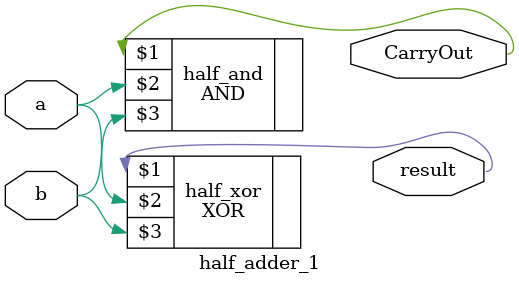
<source format=v>
module half_adder_1(a, b, result, CarryOut);

input a, b;
output result, CarryOut;

wire a, b, result, CarryOut;

XOR half_xor(result, a, b);
AND half_and(CarryOut, a, b);

endmodule

</source>
